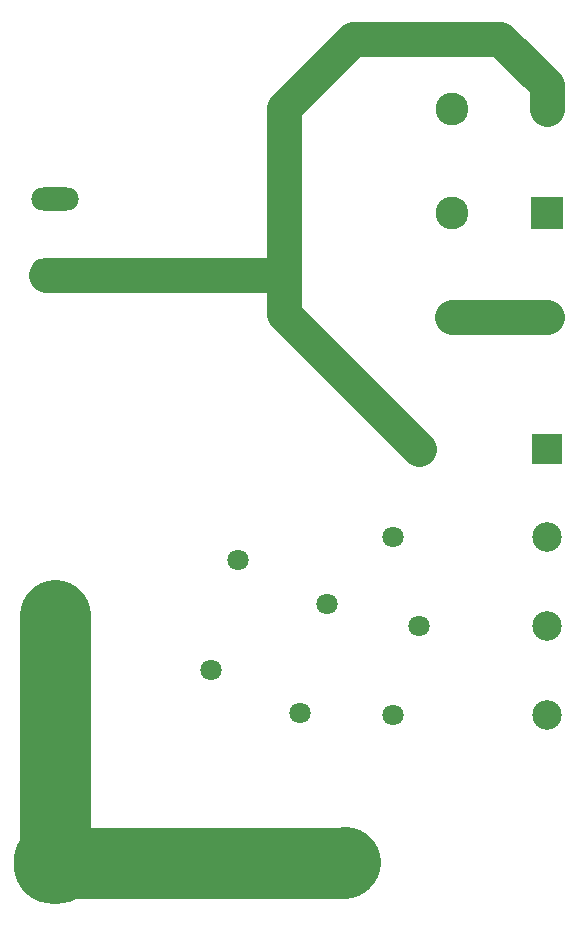
<source format=gbr>
%TF.GenerationSoftware,KiCad,Pcbnew,(5.1.6-0-10_14)*%
%TF.CreationDate,2020-08-26T20:43:04+01:00*%
%TF.ProjectId,IEC Power Entry,49454320-506f-4776-9572-20456e747279,1.0a*%
%TF.SameCoordinates,Original*%
%TF.FileFunction,Copper,L1,Top*%
%TF.FilePolarity,Positive*%
%FSLAX46Y46*%
G04 Gerber Fmt 4.6, Leading zero omitted, Abs format (unit mm)*
G04 Created by KiCad (PCBNEW (5.1.6-0-10_14)) date 2020-08-26 20:43:04*
%MOMM*%
%LPD*%
G01*
G04 APERTURE LIST*
%TA.AperFunction,ComponentPad*%
%ADD10C,4.400000*%
%TD*%
%TA.AperFunction,ComponentPad*%
%ADD11C,2.500000*%
%TD*%
%TA.AperFunction,ComponentPad*%
%ADD12R,2.500000X2.500000*%
%TD*%
%TA.AperFunction,ComponentPad*%
%ADD13O,5.000000X2.400000*%
%TD*%
%TA.AperFunction,ComponentPad*%
%ADD14O,4.000000X1.950000*%
%TD*%
%TA.AperFunction,ComponentPad*%
%ADD15C,2.775000*%
%TD*%
%TA.AperFunction,ComponentPad*%
%ADD16R,2.775000X2.775000*%
%TD*%
%TA.AperFunction,ComponentPad*%
%ADD17C,7.000000*%
%TD*%
%TA.AperFunction,ComponentPad*%
%ADD18C,1.800000*%
%TD*%
%TA.AperFunction,Conductor*%
%ADD19C,3.000000*%
%TD*%
%TA.AperFunction,Conductor*%
%ADD20C,6.000000*%
%TD*%
G04 APERTURE END LIST*
D10*
%TO.P,P2,1*%
%TO.N,Earth_Protective*%
X162000000Y-139000000D03*
%TD*%
D11*
%TO.P,J1,4*%
%TO.N,Net-(J1-Pad4)*%
X179100000Y-126500000D03*
%TO.P,J1,3*%
%TO.N,Net-(J1-Pad3)*%
X179100000Y-119000000D03*
%TO.P,J1,2*%
%TO.N,Net-(J1-Pad2)*%
X179100000Y-111500000D03*
D12*
%TO.P,J1,1*%
%TO.N,Net-(J1-Pad1)*%
X179100000Y-104000000D03*
%TD*%
D13*
%TO.P,P3,PE*%
%TO.N,Earth_Protective*%
X137500000Y-118050000D03*
D14*
%TO.P,P3,N*%
%TO.N,Net-(J1-Pad1)*%
X137500000Y-88850000D03*
%TO.P,P3,L*%
%TO.N,Net-(P3-PadL)*%
X137500000Y-82850000D03*
%TD*%
D15*
%TO.P,S1,1A*%
%TO.N,Net-(J1-Pad1)*%
X179100000Y-75200000D03*
D16*
%TO.P,S1,1*%
%TO.N,Net-(J1-Pad3)*%
X179100000Y-84000000D03*
D15*
%TO.P,S1,1B*%
%TO.N,Net-(S1-Pad1B)*%
X179100000Y-92800000D03*
%TO.P,S1,2B*%
X171100000Y-92800000D03*
%TO.P,S1,2*%
%TO.N,Net-(S1-Pad2)*%
X171100000Y-84000000D03*
%TO.P,S1,2A*%
%TO.N,Net-(P3-PadL)*%
X171100000Y-75200000D03*
%TD*%
D17*
%TO.P,P1,1*%
%TO.N,Earth_Protective*%
X137486000Y-139032000D03*
%TD*%
D18*
%TO.P,TH1,1*%
%TO.N,Net-(J1-Pad4)*%
X158200000Y-126400000D03*
%TO.P,TH1,2*%
%TO.N,Net-(P3-PadL)*%
X150700000Y-122700000D03*
%TD*%
%TO.P,MOV2,2*%
%TO.N,Net-(J1-Pad1)*%
X168300000Y-104000000D03*
%TO.P,MOV2,1*%
%TO.N,Net-(J1-Pad2)*%
X166100000Y-111500000D03*
%TD*%
%TO.P,TH2,1*%
%TO.N,Net-(S1-Pad2)*%
X153000000Y-113400000D03*
%TO.P,TH2,2*%
%TO.N,Net-(J1-Pad2)*%
X160500000Y-117100000D03*
%TD*%
%TO.P,MOV1,2*%
%TO.N,Net-(J1-Pad3)*%
X168300000Y-119000000D03*
%TO.P,MOV1,1*%
%TO.N,Net-(J1-Pad4)*%
X166100000Y-126500000D03*
%TD*%
D19*
%TO.N,Net-(J1-Pad1)*%
X156850000Y-92550000D02*
X168300000Y-104000000D01*
X156850000Y-88850000D02*
X156850000Y-92550000D01*
X162687501Y-69312499D02*
X156850000Y-75150000D01*
X175174720Y-69312499D02*
X162687501Y-69312499D01*
X156850000Y-75150000D02*
X156850000Y-88850000D01*
X179100000Y-73237779D02*
X175174720Y-69312499D01*
X179100000Y-75200000D02*
X179100000Y-73237779D01*
X136700000Y-89300000D02*
X156850000Y-89300000D01*
%TO.N,Net-(S1-Pad1B)*%
X171100000Y-92800000D02*
X179100000Y-92800000D01*
D20*
%TO.N,Earth_Protective*%
X137500000Y-118050000D02*
X137500000Y-139018000D01*
X161968000Y-139032000D02*
X162000000Y-139000000D01*
X137486000Y-139032000D02*
X161968000Y-139032000D01*
%TD*%
M02*

</source>
